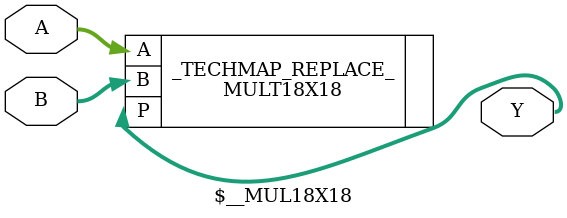
<source format=v>

module \$__MUL18X18 (input [17:0] A, input [17:0] B, output [35:0] Y);
	parameter A_SIGNED = 0;
	parameter B_SIGNED = 0;
	parameter A_WIDTH = 0;
	parameter B_WIDTH = 0;
	parameter Y_WIDTH = 0;

	MULT18X18 _TECHMAP_REPLACE_ (
		.A(A),
		.B(B),
		.P(Y)
	);
endmodule


</source>
